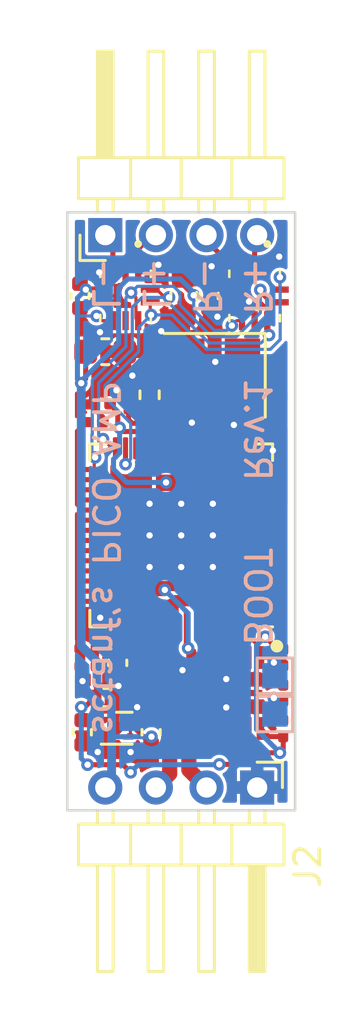
<source format=kicad_pcb>
(kicad_pcb (version 20221018) (generator pcbnew)
  (layers (0 "F.Cu" signal) (31 "B.Cu" signal) (34 "B.Paste" user) (35 "F.Paste" user) (36 "B.SilkS" user "B.Silkscreen") (37 "F.SilkS" user "F.Silkscreen") (38 "B.Mask" user) (39 "F.Mask" user) (44 "Edge.Cuts" user))
  (net 0 "")
  (net 1 "Net-(J2-Pin_2)")
  (net 2 "Net-(J2-Pin_3)")
  (net 3 "+3V3")
  (net 16 "+1V1")
  (net 17 "/~{USB_BOOT}")
  (net 33 "/LRCLK")
  (net 34 "/BCLK")
  (net 35 "/DOUT")
  (net 39 "L+")
  (net 40 "L-")
  (net 41 "R+")
  (net 42 "R-")
  (net 43 "VCC")
  (net 44 "GND")
  (net 45 "Net-(U1-XIN)")
  (net 46 "Net-(U1-XOUT)")
  (net 47 "Net-(C5-Pad1)")
  (net 48 "Net-(IC3-~{CS})")
  (net 49 "Net-(IC3-DO(IO1))")
  (net 50 "Net-(IC3-IO2)")
  (net 51 "Net-(IC3-DI(IO0))")
  (net 52 "Net-(IC3-CLK)")
  (net 53 "Net-(IC3-IO3)")
  (net 54 "Net-(U1-USB_DM)")
  (net 55 "Net-(U1-USB_DP)")
  (footprint "Resistor_SMD:R_0201_0603Metric" (layer "F.Cu") (at 139 99.37 90)
    (fp_text reference "R3" hide)
    (fp_text value "27R" hide)
  )
  (footprint "Capacitor_SMD:C_0201_0603Metric" (layer "F.Cu") (at 136.58 90.08)
    (fp_text reference "C23" hide)
    (fp_text value "100n" hide)
  )
  (footprint "Capacitor_SMD:C_0402_1005Metric" (layer "F.Cu") (at 137.49 99.58 -90)
    (fp_text reference "C16" hide)
    (fp_text value "1u" hide)
  )
  (footprint "Capacitor_SMD:C_0201_0603Metric" (layer "F.Cu") (at 136.33 99.02 180)
    (fp_text reference "C17" hide)
    (fp_text value "100n" hide)
  )
  (footprint "Capacitor_SMD:C_0402_1005Metric" (layer "F.Cu") (at 136 85.1 -90)
    (fp_text reference "C4" hide)
    (fp_text value "0.1uF" hide)
  )
  (footprint "Resistor_SMD:R_0201_0603Metric" (layer "F.Cu") (at 138.3 99.37 90)
    (fp_text reference "R2" hide)
    (fp_text value "27R" hide)
  )
  (footprint "Capacitor_SMD:C_0603_1608Metric" (layer "F.Cu") (at 137 87.3)
    (fp_text reference "C1" hide)
    (fp_text value "10uF" hide)
  )
  (footprint "Capacitor_SMD:C_0201_0603Metric" (layer "F.Cu") (at 144.03 102.17 90)
    (fp_text reference "C24" hide)
    (fp_text value "100n" hide)
  )
  (footprint "Capacitor_SMD:C_0201_0603Metric" (layer "F.Cu") (at 138.87 87.37 90)
    (fp_text reference "C5" hide)
    (fp_text value "15pF" hide)
  )
  (footprint "SamacSys_Parts:MAX98360AEFB" (layer "F.Cu") (at 142.9 85.1 -90)
    (fp_text reference "IC2" hide)
    (fp_text value "MAX98360AEFB+T" hide)
  )
  (footprint "Capacitor_SMD:C_0201_0603Metric" (layer "F.Cu") (at 143.77 89.73 90)
    (fp_text reference "C21" hide)
    (fp_text value "100n" hide)
  )
  (footprint "Resistor_SMD:R_0201_0603Metric" (layer "F.Cu") (at 144.03 100.77 90)
    (fp_text reference "R4" hide)
    (fp_text value "1k" hide)
  )
  (footprint "Package_DFN_QFN:UDFN-4-1EP_1x1mm_P0.65mm_EP0.48x0.48mm" (layer "F.Cu") (at 137.45 102.16)
    (fp_text reference "U2" hide)
    (fp_text value "MIC5317-3.3xM5" hide)
  )
  (footprint "Capacitor_SMD:C_0201_0603Metric" (layer "F.Cu") (at 136.87 89.38 180)
    (fp_text reference "C15" hide)
    (fp_text value "100n" hide)
  )
  (footprint "Crystal:Crystal_SMD_3225-4Pin_3.2x2.5mm" (layer "F.Cu") (at 141.32 88.23 180)
    (fp_text reference "Y1" hide)
    (fp_text value "Crystal_GND24" hide)
  )
  (footprint "Capacitor_SMD:C_0201_0603Metric" (layer "F.Cu") (at 140.4 99.57 -90)
    (fp_text reference "C14" hide)
    (fp_text value "100n" hide)
  )
  (footprint "Resistor_SMD:R_0402_1005Metric" (layer "F.Cu") (at 138.75 89 -90)
    (fp_text reference "R1" hide)
    (fp_text value "1K" hide)
  )
  (footprint "Capacitor_SMD:C_0201_0603Metric" (layer "F.Cu") (at 137.92 89.23 90)
    (fp_text reference "C20" hide)
    (fp_text value "100n" hide)
  )
  (footprint "Capacitor_SMD:C_0603_1608Metric" (layer "F.Cu") (at 140.1 85.1 -90)
    (fp_text reference "C2" hide)
    (fp_text value "10uF" hide)
  )
  (footprint "Capacitor_SMD:C_0201_0603Metric" (layer "F.Cu") (at 139.7 99.57 -90)
    (fp_text reference "C12" hide)
    (fp_text value "100n" hide)
  )
  (footprint "SamacSys_Parts:MAX98360AEFB" (layer "F.Cu") (at 137.8 85.1 -90)
    (fp_text reference "IC1" hide)
    (fp_text value "MAX98360AEFB+T" hide)
  )
  (footprint "Capacitor_SMD:C_0402_1005Metric" (layer "F.Cu") (at 136.09 102.32 -90)
    (fp_text reference "C8" hide)
    (fp_text value "1uF" hide)
  )
  (footprint "Capacitor_SMD:C_0201_0603Metric" (layer "F.Cu") (at 144.03 99.37 -90)
    (fp_text reference "C22" hide)
    (fp_text value "100n" hide)
  )
  (footprint "Package_DFN_QFN:QFN-56-1EP_7x7mm_P0.4mm_EP3.2x3.2mm" (layer "F.Cu") (at 140 94.55 180)
    (fp_text reference "U1" hide)
    (fp_text value "RP2040" hide)
  )
  (footprint "Capacitor_SMD:C_0402_1005Metric" (layer "F.Cu") (at 137.05 100.95)
    (fp_text reference "C18" hide)
    (fp_text value "1u" hide)
  )
  (footprint "SamacSys_Parts:SON50P300X200X60-9N" (layer "F.Cu") (at 142.38 100.77 -90)
    (fp_text reference "IC3" hide)
    (fp_text value "W25Q16JVUXIQ_TR" hide)
  )
  (footprint "Capacitor_SMD:C_0402_1005Metric" (layer "F.Cu") (at 141.1 85.1 -90)
    (fp_text reference "C3" hide)
    (fp_text value "0.1uF" hide)
  )
  (footprint "Capacitor_SMD:C_0402_1005Metric" (layer "F.Cu") (at 138.81 102.32 90)
    (fp_text reference "C7" hide)
    (fp_text value "1uF" hide)
  )
  (footprint "Capacitor_SMD:C_0201_0603Metric" (layer "F.Cu") (at 136.33 99.72 180)
    (fp_text reference "C19" hide)
    (fp_text value "100n" hide)
  )
  (footprint "Connector_PinHeader_2.00mm:PinHeader_1x04_P2.00mm_Horizontal" (layer "F.Cu") (at 143 104.5 -90)
    (fp_text reference "J2")
    (fp_text value "Conn_01x04_Pin")
  )
  (footprint "Connector_PinHeader_2.00mm:PinHeader_1x04_P2.00mm_Horizontal" (layer "F.Cu") (at 137 82.7 90)
    (fp_text reference "J1" hide)
    (fp_text value "Conn_01x04_Pin" hide)
  )
  (footprint "Capacitor_SMD:C_0201_0603Metric" (layer "F.Cu") (at 143.77 88.33 -90)
    (fp_text reference "C6" hide)
    (fp_text value "15pF" hide)
  )
  (footprint "TestPoint:TestPoint_Pad_1.0x1.0mm" (layer "B.Cu") (at 143.7 101.6 180)
    (fp_text reference "TP2" hide)
    (fp_text value "TestPoint" hide)
  )
  (footprint "TestPoint:TestPoint_Pad_1.0x1.0mm" (layer "B.Cu") (at 143.7 100.09 180)
    (fp_text reference "TP1" hide)
    (fp_text value "TestPoint" hide)
  )
  (gr_line (start 144.5 105.4) (end 144.5 81.8) (stroke (width 0.1)) (layer "Edge.Cuts"))
  (gr_line (start 144.5 81.8) (end 135.5 81.8) (stroke (width 0.1)) (layer "Edge.Cuts"))
  (gr_line (start 135.5 81.8) (end 135.5 105.4) (stroke (width 0.1)) (layer "Edge.Cuts"))
  (gr_line (start 144.5 105.4) (end 135.5 105.4) (stroke (width 0.1)) (layer "Edge.Cuts"))
  (gr_text "R+" (at 143 83.5 270) (layer "B.SilkS") (effects (font (size 1 1)) (justify right mirror)))
  (gr_text "R-" (at 141 83.5 270) (layer "B.SilkS") (effects (font (size 1 1)) (justify right mirror)))
  (gr_text "BOOT" (at 143 99 270) (layer "B.SilkS") (effects (font (size 1 1)) (justify left mirror)))
  (gr_text "L-" (at 137 83.5 270) (layer "B.SilkS") (effects (font (size 1 1)) (justify right mirror)))
  (gr_text "Rev.1" (at 143 92.5 270) (layer "B.SilkS") (effects (font (size 1 1)) (justify left mirror)))
  (gr_text "L+" (at 139 83.5 270) (layer "B.SilkS") (effects (font (size 1 1)) (justify right mirror)))
  (gr_text "sctanf's PICO AMP" (at 137 102.5 270) (layer "B.SilkS") (effects (font (size 1 1)) (justify left mirror)))
  (segment (start 139.612168 100.557832) (end 139.522144 100.557832) (width 0.35) (layer "F.Cu") (net 1))
  (segment (start 140.3025 103.8025) (end 141 104.5) (width 0.6) (layer "F.Cu") (net 1))
  (segment (start 139.612168 100.557832) (end 140.3025 101.248164) (width 0.6) (layer "F.Cu") (net 1))
  (segment (start 138.95 99.985688) (end 138.95 99.69) (width 0.35) (layer "F.Cu") (net 1))
  (segment (start 139.522144 100.557832) (end 138.95 99.985688) (width 0.35) (layer "F.Cu") (net 1))
  (segment (start 140.3025 101.248164) (end 140.3025 103.8025) (width 0.6) (layer "F.Cu") (net 1))
  (segment (start 138.719516 100.690484) (end 138.25 100.220968) (width 0.35) (layer "F.Cu") (net 2))
  (segment (start 138.25 100.220968) (end 138.25 99.69) (width 0.35) (layer "F.Cu") (net 2))
  (segment (start 139.545 101.515968) (end 138.719516 100.690484) (width 0.6) (layer "F.Cu") (net 2))
  (segment (start 139.545 103.955) (end 139.545 101.515968) (width 0.6) (layer "F.Cu") (net 2))
  (segment (start 139 104.5) (end 139.545 103.955) (width 0.6) (layer "F.Cu") (net 2))
  (segment (start 143.875 93.55) (end 144.1 93.325) (width 0.2) (layer "F.Cu") (net 3))
  (segment (start 136.65 100.87) (end 136.57 100.95) (width 0.2) (layer "F.Cu") (net 3))
  (segment (start 136.09 101.84) (end 136.905 101.84) (width 0.2) (layer "F.Cu") (net 3))
  (segment (start 138 103.9) (end 137.7 103.6) (width 0.2) (layer "F.Cu") (net 3))
  (segment (start 139.7 99.25) (end 139.8 99.15) (width 0.2) (layer "F.Cu") (net 3))
  (segment (start 139.4 98.760378) (end 139.7 99.060378) (width 0.2) (layer "F.Cu") (net 3))
  (segment (start 139.8 97.15) (end 139.8 97.55) (width 0.2) (layer "F.Cu") (net 3))
  (segment (start 139.7 99.060378) (end 139.7 99.25) (width 0.2) (layer "F.Cu") (net 3))
  (segment (start 137.4 97.9875) (end 136.65 98.7375) (width 0.2) (layer "F.Cu") (net 3))
  (segment (start 138.06 90.125) (end 137.92 89.985) (width 0.2) (layer "F.Cu") (net 3))
  (segment (start 136.125 93.55) (end 135.9 93.325) (width 0.2) (layer "F.Cu") (net 3))
  (segment (start 137.8 97.35) (end 137.6 97.15) (width 0.2) (layer "F.Cu") (net 3))
  (segment (start 136.5625 93.55) (end 136.125 93.55) (width 0.2) (layer "F.Cu") (net 3))
  (segment (start 143.13 102.17) (end 143.45 102.49) (width 0.2) (layer "F.Cu") (net 3))
  (segment (start 139.8 99.15) (end 139.8 97.9875) (width 0.2) (layer "F.Cu") (net 3))
  (segment (start 143.77 90.05) (end 143.76 90.05) (width 0.2) (layer "F.Cu") (net 3))
  (segment (start 139.8 90.626472) (end 139.298527 90.125) (width 0.2) (layer "F.Cu") (net 3))
  (segment (start 137.92 89.985) (end 137.92 89.55) (width 0.2) (layer "F.Cu") (net 3))
  (segment (start 136.0495 101.33) (end 136.09 101.3705) (width 0.2) (layer "F.Cu") (net 3))
  (segment (start 144.03 97.7425) (end 143.4375 97.15) (width 0.2) (layer "F.Cu") (net 3))
  (segment (start 136.65 99.72) (end 136.65 100.87) (width 0.2) (layer "F.Cu") (net 3))
  (segment (start 136.5625 93.55) (end 137.4 93.55) (width 0.2) (layer "F.Cu") (net 3))
  (segment (start 139.4 97.35) (end 139.6 97.15) (width 0.2) (layer "F.Cu") (net 3))
  (segment (start 139.8 91.1125) (end 139.8 90.626472) (width 0.2) (layer "F.Cu") (net 3))
  (segment (start 136.09 101.3705) (end 136.09 101.84) (width 0.2) (layer "F.Cu") (net 3))
  (segment (start 136.905 101.84) (end 136.91 101.835) (width 0.2) (layer "F.Cu") (net 3))
  (segment (start 137.8 97.9875) (end 137.4 97.9875) (width 0.2) (layer "F.Cu") (net 3))
  (segment (start 136.0495 101.33) (end 136.19 101.33) (width 0.2) (layer "F.Cu") (net 3))
  (segment (start 143.4375 93.55) (end 143.875 93.55) (width 0.2) (layer "F.Cu") (net 3))
  (segment (start 144.03 103) (end 143.9 103.13) (width 0.2) (layer "F.Cu") (net 3))
  (segment (start 144.03 99.05) (end 144.03 97.7425) (width 0.2) (layer "F.Cu") (net 3))
  (segment (start 143.4375 93.55) (end 142.6 93.55) (width 0.2) (layer "F.Cu") (net 3))
  (segment (start 144.03 99.05) (end 143.822583 99.05) (width 0.2) (layer "F.Cu") (net 3))
  (segment (start 136.65 99.02) (end 136.65 99.72) (width 0.2) (layer "F.Cu") (net 3))
  (segment (start 139.8 97.9875) (end 139.8 97.15) (width 0.2) (layer "F.Cu") (net 3))
  (segment (start 144.1 90.38) (end 143.77 90.05) (width 0.2) (layer "F.Cu") (net 3))
  (segment (start 137.8 97.9875) (end 137.8 97.35) (width 0.2) (layer "F.Cu") (net 3))
  (segment (start 143.4375 97.15) (end 142.6 97.15) (width 0.2) (layer "F.Cu") (net 3))
  (segment (start 137.4 97.9875) (end 137.4 97.15) (width 0.2) (layer "F.Cu") (net 3))
  (segment (start 139.4 97.9875) (end 139.4 97.35) (width 0.2) (layer "F.Cu") (net 3))
  (segment (start 139.8 91.75) (end 140 91.95) (width 0.2) (layer "F.Cu") (net 3))
  (segment (start 136.19 101.33) (end 136.57 100.95) (width 0.2) (layer "F.Cu") (net 3))
  (segment (start 136.65 98.7375) (end 136.65 99.02) (width 0.2) (layer "F.Cu") (net 3))
  (segment (start 135.9 93.325) (end 135.9 90.44) (width 0.2) (layer "F.Cu") (net 3))
  (segment (start 137.7 103.6) (end 136.3 103.6) (width 0.2) (layer "F.Cu") (net 3))
  (segment (start 144.1 93.325) (end 144.1 90.38) (width 0.2) (layer "F.Cu") (net 3))
  (segment (start 143.822583 99.05) (end 143.320252 98.547669) (width 0.2) (layer "F.Cu") (net 3))
  (segment (start 141.505613 103.585659) (end 142.214341 103.585659) (width 0.2) (layer "F.Cu") (net 3))
  (segment (start 142.67 103.13) (end 143.9 103.13) (width 0.2) (layer "F.Cu") (net 3))
  (segment (start 139.4 97.9875) (end 139.4 98.760378) (width 0.2) (layer "F.Cu") (net 3))
  (segment (start 143.45 102.49) (end 144.03 102.49) (width 0.2) (layer "F.Cu") (net 3))
  (segment (start 139.8 91.1125) (end 139.8 91.75) (width 0.2) (layer "F.Cu") (net 3))
  (segment (start 139.298527 90.125) (end 138.06 90.125) (width 0.2) (layer "F.Cu") (net 3))
  (segment (start 136.5625 97.15) (end 137.4 97.15) (width 0.2) (layer "F.Cu") (net 3))
  (segment (start 142.214341 103.585659) (end 142.67 103.13) (width 0.2) (layer "F.Cu") (net 3))
  (segment (start 144.03 102.49) (end 144.03 103) (width 0.2) (layer "F.Cu") (net 3))
  (segment (start 135.9 90.44) (end 136.26 90.08) (width 0.2) (layer "F.Cu") (net 3))
  (via (at 136.0495 101.33) (size 0.5) (drill 0.25) (layers "F.Cu" "B.Cu") (net 3))
  (via (at 143.320252 98.547669) (size 0.5) (drill 0.25) (layers "F.Cu" "B.Cu") (net 3))
  (via (at 143.9 103.13) (size 0.5) (drill 0.25) (layers "F.Cu" "B.Cu") (net 3))
  (via (at 138 103.9) (size 0.5) (drill 0.25) (layers "F.Cu" "B.Cu") (net 3))
  (via (at 136.3 103.6) (size 0.5) (drill 0.25) (layers "F.Cu" "B.Cu") (net 3))
  (via (at 141.505613 103.585659) (size 0.5) (drill 0.25) (layers "F.Cu" "B.Cu") (net 3))
  (segment (start 136.0495 103.3495) (end 136.0495 101.33) (width 0.2) (layer "B.Cu") (net 3))
  (segment (start 136.3 103.6) (end 136.0495 103.3495) (width 0.2) (layer "B.Cu") (net 3))
  (segment (start 138.3 103.6) (end 138 103.9) (width 0.2) (layer "B.Cu") (net 3))
  (segment (start 142.975 98.892921) (end 142.975 102.205) (width 0.2) (layer "B.Cu") (net 3))
  (segment (start 141.505613 103.585659) (end 141.491272 103.6) (width 0.2) (layer "B.Cu") (net 3))
  (segment (start 142.975 102.205) (end 143.9 103.13) (width 0.2) (layer "B.Cu") (net 3))
  (segment (start 143.320252 98.547669) (end 142.975 98.892921) (width 0.2) (layer "B.Cu") (net 3))
  (segment (start 141.491272 103.6) (end 138.3 103.6) (width 0.2) (layer "B.Cu") (net 3))
  (segment (start 137.714945 90.45) (end 137.495 90.230055) (width 0.2) (layer "F.Cu") (net 16))
  (segment (start 138.2 97.9875) (end 138.2 97.15) (width 0.2) (layer "F.Cu") (net 16))
  (segment (start 140.274098 99.001132) (end 140.2 98.927034) (width 0.2) (layer "F.Cu") (net 16))
  (segment (start 138.2 98.43) (end 137.53 99.1) (width 0.2) (layer "F.Cu") (net 16))
  (segment (start 137.495 90.230055) (end 137.495 89.685) (width 0.2) (layer "F.Cu") (net 16))
  (segment (start 137.495 89.685) (end 137.19 89.38) (width 0.2) (layer "F.Cu") (net 16))
  (segment (start 137.53 99.1) (end 137.49 99.1) (width 0.2) (layer "F.Cu") (net 16))
  (segment (start 139.4 91.1125) (end 139.4 90.686092) (width 0.2) (layer "F.Cu") (net 16))
  (segment (start 139.4 90.686092) (end 139.163908 90.45) (width 0.2) (layer "F.Cu") (net 16))
  (segment (start 140.2 98.927034) (end 140.2 97.9875) (width 0.2) (layer "F.Cu") (net 16))
  (segment (start 140.4 99.127034) (end 140.274098 99.001132) (width 0.2) (layer "F.Cu") (net 16))
  (segment (start 139.163908 90.45) (end 137.714945 90.45) (width 0.2) (layer "F.Cu") (net 16))
  (segment (start 138.2 97.9875) (end 138.2 98.43) (width 0.2) (layer "F.Cu") (net 16))
  (via (at 139.35 96.7) (size 0.5) (drill 0.25) (layers "F.Cu" "B.Cu") (net 16))
  (via (at 137.566749 90.301804) (size 0.5) (drill 0.25) (layers "F.Cu" "B.Cu") (net 16))
  (via (at 139.4 92.46) (size 0.5) (drill 0.25) (layers "F.Cu" "B.Cu") (net 16))
  (via (at 140.274098 99.001132) (size 0.5) (drill 0.25) (layers "F.Cu" "B.Cu") (net 16))
  (segment (start 140.274098 99.001132) (end 140.274098 97.624098) (width 0.2) (layer "B.Cu") (net 16))
  (segment (start 140.274098 97.624098) (end 139.35 96.7) (width 0.2) (layer "B.Cu") (net 16))
  (segment (start 137.324852 91.541565) (end 137.324852 91.935069) (width 0.2) (layer "B.Cu") (net 16))
  (segment (start 137.566749 91.299668) (end 137.324852 91.541565) (width 0.2) (layer "B.Cu") (net 16))
  (segment (start 137.849783 92.46) (end 139.4 92.46) (width 0.2) (layer "B.Cu") (net 16))
  (segment (start 137.566749 90.301804) (end 137.566749 91.299668) (width 0.2) (layer "B.Cu") (net 16))
  (segment (start 137.324852 91.935069) (end 137.849783 92.46) (width 0.2) (layer "B.Cu") (net 16))
  (segment (start 143.781604 101.09) (end 143.658683 100.967079) (width 0.125) (layer "F.Cu") (net 17))
  (segment (start 144.03 101.09) (end 143.781604 101.09) (width 0.125) (layer "F.Cu") (net 17))
  (via (at 143.658683 100.967079) (size 0.5) (drill 0.25) (layers "F.Cu" "B.Cu") (net 17))
  (segment (start 139.040166 84.85) (end 138.775 84.85) (width 0.125) (layer "F.Cu") (net 33))
  (segment (start 143.468567 86.643063) (end 143.4 86.574496) (width 0.125) (layer "F.Cu") (net 33))
  (segment (start 137.2725 91.1125) (end 136.91 90.75) (width 0.125) (layer "F.Cu") (net 33))
  (segment (start 137.4 91.1125) (end 137.2725 91.1125) (width 0.125) (layer "F.Cu") (net 33))
  (segment (start 139.518168 85.156423) (end 139.346589 85.156423) (width 0.125) (layer "F.Cu") (net 33))
  (segment (start 139.346589 85.156423) (end 139.040166 84.85) (width 0.125) (layer "F.Cu") (net 33))
  (segment (start 143.4 86.574496) (end 143.4 86.075) (width 0.125) (layer "F.Cu") (net 33))
  (via (at 139.518168 85.156423) (size 0.5) (drill 0.25) (layers "F.Cu" "B.Cu") (net 33))
  (via (at 143.468567 86.643063) (size 0.5) (drill 0.25) (layers "F.Cu" "B.Cu") (net 33))
  (via (at 136.91 90.75) (size 0.5) (drill 0.25) (layers "F.Cu" "B.Cu") (net 33))
  (segment (start 139.518168 85.377093) (end 139.518168 85.156423) (width 0.125) (layer "B.Cu") (net 33))
  (segment (start 138.066624 87.201763) (end 136.737 88.531388) (width 0.125) (layer "B.Cu") (net 33))
  (segment (start 136.737 90.577) (end 136.91 90.75) (width 0.125) (layer "B.Cu") (net 33))
  (segment (start 138.452296 85.156423) (end 138.066624 85.542095) (width 0.125) (layer "B.Cu") (net 33))
  (segment (start 136.737 88.531388) (end 136.737 90.577) (width 0.125) (layer "B.Cu") (net 33))
  (segment (start 141.098575 86.9575) (end 139.518168 85.377093) (width 0.125) (layer "B.Cu") (net 33))
  (segment (start 143.468567 86.643063) (end 143.15413 86.9575) (width 0.125) (layer "B.Cu") (net 33))
  (segment (start 139.518168 85.156423) (end 138.452296 85.156423) (width 0.125) (layer "B.Cu") (net 33))
  (segment (start 138.066624 85.542095) (end 138.066624 87.201763) (width 0.125) (layer "B.Cu") (net 33))
  (segment (start 143.15413 86.9575) (end 141.098575 86.9575) (width 0.125) (layer "B.Cu") (net 33))
  (segment (start 138.775 85.8145) (end 138.81 85.8495) (width 0.125) (layer "F.Cu") (net 34))
  (segment (start 137.8 91.738169) (end 137.8 91.1125) (width 0.125) (layer "F.Cu") (net 34))
  (segment (start 143.9 84.36) (end 143.9 84.825) (width 0.125) (layer "F.Cu") (net 34))
  (segment (start 143.9 84.825) (end 143.875 84.85) (width 0.125) (layer "F.Cu") (net 34))
  (segment (start 137.799852 91.738317) (end 137.8 91.738169) (width 0.125) (layer "F.Cu") (net 34))
  (segment (start 138.775 85.35) (end 138.775 85.8145) (width 0.125) (layer "F.Cu") (net 34))
  (via (at 143.9 84.36) (size 0.5) (drill 0.25) (layers "F.Cu" "B.Cu") (net 34))
  (via (at 138.81 85.8495) (size 0.5) (drill 0.25) (layers "F.Cu" "B.Cu") (net 34))
  (via (at 137.799852 91.738317) (size 0.5) (drill 0.25) (layers "F.Cu" "B.Cu") (net 34))
  (segment (start 138.004249 91.53392) (end 138.004249 90.120585) (width 0.125) (layer "B.Cu") (net 34))
  (segment (start 140.995021 87.2075) (end 143.522849 87.2075) (width 0.125) (layer "B.Cu") (net 34))
  (segment (start 138.316624 87.305318) (end 138.316624 86.342876) (width 0.125) (layer "B.Cu") (net 34))
  (segment (start 136.987 89.103336) (end 136.987 88.634942) (width 0.125) (layer "B.Cu") (net 34))
  (segment (start 138.004249 90.120585) (end 136.987 89.103336) (width 0.125) (layer "B.Cu") (net 34))
  (segment (start 143.91 84.37) (end 143.9 84.36) (width 0.125) (layer "B.Cu") (net 34))
  (segment (start 143.522849 87.2075) (end 143.91 86.820349) (width 0.125) (layer "B.Cu") (net 34))
  (segment (start 136.987 88.634942) (end 138.316624 87.305318) (width 0.125) (layer "B.Cu") (net 34))
  (segment (start 138.81 85.8495) (end 139.637021 85.8495) (width 0.125) (layer "B.Cu") (net 34))
  (segment (start 143.91 86.820349) (end 143.91 84.37) (width 0.125) (layer "B.Cu") (net 34))
  (segment (start 138.316624 86.342876) (end 138.81 85.8495) (width 0.125) (layer "B.Cu") (net 34))
  (segment (start 137.799852 91.738317) (end 138.004249 91.53392) (width 0.125) (layer "B.Cu") (net 34))
  (segment (start 139.637021 85.8495) (end 140.995021 87.2075) (width 0.125) (layer "B.Cu") (net 34))
  (segment (start 143.5 85.35) (end 143.875 85.35) (width 0.125) (layer "F.Cu") (net 35))
  (segment (start 143.125827 84.860672) (end 143.125827 84.975827) (width 0.125) (layer "F.Cu") (net 35))
  (segment (start 138.2125 85.9875) (end 138.2125 85.1625) (width 0.125) (layer "F.Cu") (net 35))
  (segment (start 138.3 86.075) (end 138.2125 85.9875) (width 0.125) (layer "F.Cu") (net 35))
  (segment (start 136.5625 91.95) (end 136.5625 91.5065) (width 0.125) (layer "F.Cu") (net 35))
  (segment (start 143.125827 84.975827) (end 143.5 85.35) (width 0.125) (layer "F.Cu") (net 35))
  (segment (start 138.2125 85.1625) (end 138.02 84.97) (width 0.125) (layer "F.Cu") (net 35))
  (segment (start 136.5625 91.5065) (end 136.599 91.47) (width 0.125) (layer "F.Cu") (net 35))
  (via (at 138.02 84.97) (size 0.5) (drill 0.25) (layers "F.Cu" "B.Cu") (net 35))
  (via (at 143.125827 84.860672) (size 0.5) (drill 0.25) (layers "F.Cu" "B.Cu") (net 35))
  (via (at 136.599 91.47) (size 0.5) (drill 0.25) (layers "F.Cu" "B.Cu") (net 35))
  (segment (start 138.271077 84.718923) (end 139.699387 84.718923) (width 0.125) (layer "B.Cu") (net 35))
  (segment (start 136.487 90.554281) (end 136.487 88.427834) (width 0.125) (layer "B.Cu") (net 35))
  (segment (start 139.955668 84.975204) (end 139.955668 85.46104) (width 0.125) (layer "B.Cu") (net 35))
  (segment (start 138.02 84.97) (end 138.271077 84.718923) (width 0.125) (layer "B.Cu") (net 35))
  (segment (start 139.699387 84.718923) (end 139.955668 84.975204) (width 0.125) (layer "B.Cu") (net 35))
  (segment (start 136.4725 91.3435) (end 136.4725 90.568781) (width 0.125) (layer "B.Cu") (net 35))
  (segment (start 136.4725 90.568781) (end 136.487 90.554281) (width 0.125) (layer "B.Cu") (net 35))
  (segment (start 139.955668 85.46104) (end 141.202129 86.7075) (width 0.125) (layer "B.Cu") (net 35))
  (segment (start 142.181219 86.7075) (end 143.125827 85.762892) (width 0.125) (layer "B.Cu") (net 35))
  (segment (start 136.599 91.47) (end 136.4725 91.3435) (width 0.125) (layer "B.Cu") (net 35))
  (segment (start 137.816624 87.09821) (end 137.816624 85.173376) (width 0.125) (layer "B.Cu") (net 35))
  (segment (start 141.202129 86.7075) (end 142.181219 86.7075) (width 0.125) (layer "B.Cu") (net 35))
  (segment (start 143.125827 85.762892) (end 143.125827 84.860672) (width 0.125) (layer "B.Cu") (net 35))
  (segment (start 137.816624 85.173376) (end 138.02 84.97) (width 0.125) (layer "B.Cu") (net 35))
  (segment (start 136.487 88.427834) (end 137.816624 87.09821) (width 0.125) (layer "B.Cu") (net 35))
  (segment (start 137.8 84.125) (end 137.8 83.75) (width 0.2) (layer "F.Cu") (net 39))
  (segment (start 137.8 83.75) (end 138.85 82.7) (width 0.2) (layer "F.Cu") (net 39))
  (segment (start 138.85 82.7) (end 139 82.7) (width 0.2) (layer "F.Cu") (net 39))
  (segment (start 137.3 84.125) (end 137.3 83) (width 0.2) (layer "F.Cu") (net 40))
  (segment (start 137.3 83) (end 137 82.7) (width 0.2) (layer "F.Cu") (net 40))
  (segment (start 142.9 82.8) (end 143 82.7) (width 0.2) (layer "F.Cu") (net 41))
  (segment (start 142.9 84.125) (end 142.9 82.8) (width 0.2) (layer "F.Cu") (net 41))
  (segment (start 142.205 84.125) (end 141 82.92) (width 0.2) (layer "F.Cu") (net 42))
  (segment (start 142.4 84.125) (end 142.205 84.125) (width 0.2) (layer "F.Cu") (net 42))
  (segment (start 141 82.92) (end 141 82.7) (width 0.2) (layer "F.Cu") (net 42))
  (segment (start 136.23 84.85) (end 136 84.62) (width 0.2) (layer "F.Cu") (net 43))
  (segment (start 138.81 102.8) (end 137.99 101.98) (width 0.2) (layer "F.Cu") (net 43))
  (segment (start 140.395 84.62) (end 140.1 84.325) (width 0.2) (layer "F.Cu") (net 43))
  (segment (start 142.195 86.075) (end 142.4 86.075) (width 0.125) (layer "F.Cu") (net 43))
  (segment (start 137.99 102.485) (end 137.99 101.98) (width 0.125) (layer "F.Cu") (net 43))
  (segment (start 138.81 102.51) (end 138.8255 102.4945) (width 0.2) (layer "F.Cu") (net 43))
  (segment (start 136.225 87.3) (end 136.225 88.3645) (width 0.2) (layer "F.Cu") (net 43))
  (segment (start 141.33 84.85) (end 141.1 84.62) (width 0.2) (layer "F.Cu") (net 43))
  (segment (start 136.825 84.85) (end 136.23 84.85) (width 0.2) (layer "F.Cu") (net 43))
  (segment (start 136.225 88.3645) (end 136.0495 88.54) (width 0.2) (layer "F.Cu") (net 43))
  (segment (start 137.3 86.075) (end 136.839968 86.075) (width 0.125) (layer "F.Cu") (net 43))
  (segment (start 137.995 101.84) (end 137.99 101.835) (width 0.2) (layer "F.Cu") (net 43))
  (segment (start 140.1 84.678099) (end 140.1 84.325) (width 0.2) (layer "F.Cu") (net 43))
  (segment (start 138.81 102.8) (end 138.81 102.51) (width 0.2) (layer "F.Cu") (net 43))
  (segment (start 141.925 84.85) (end 141.33 84.85) (width 0.2) (layer "F.Cu") (net 43))
  (segment (start 137.99 101.98) (end 137.99 101.835) (width 0.2) (layer "F.Cu") (net 43))
  (segment (start 141.1 84.62) (end 140.395 84.62) (width 0.2) (layer "F.Cu") (net 43))
  (segment (start 140.493634 85.071733) (end 140.1 84.678099) (width 0.2) (layer "F.Cu") (net 43))
  (segment (start 142 86.27) (end 142.195 86.075) (width 0.125) (layer "F.Cu") (net 43))
  (segment (start 136.839968 86.075) (end 136.655208 85.89024) (width 0.125) (layer "F.Cu") (net 43))
  (via (at 142 86.27) (size 0.5) (drill 0.25) (layers "F.Cu" "B.Cu") (net 43))
  (via (at 136.23 84.85) (size 0.5) (drill 0.25) (layers "F.Cu" "B.Cu") (net 43))
  (via (at 138.8255 102.4945) (size 0.5) (drill 0.25) (layers "F.Cu" "B.Cu") (net 43))
  (via (at 140.493634 85.071733) (size 0.5) (drill 0.25) (layers "F.Cu" "B.Cu") (net 43))
  (via (at 136.655208 85.89024) (size 0.5) (drill 0.25) (layers "F.Cu" "B.Cu") (net 43))
  (via (at 136.0495 88.54) (size 0.5) (drill 0.25) (layers "F.Cu" "B.Cu") (net 43))
  (segment (start 137.886825 84.431423) (end 137.529124 84.789124) (width 0.2) (layer "B.Cu") (net 43))
  (segment (start 136.675 100.435) (end 136.687182 100.435) (width 0.35) (layer "B.Cu") (net 43))
  (segment (start 140.493634 85.071733) (end 140.493634 84.961882) (width 0.2) (layer "B.Cu") (net 43))
  (segment (start 139.963175 84.431423) (end 137.886825 84.431423) (width 0.2) (layer "B.Cu") (net 43))
  (segment (start 135.90024 85.89024) (end 135.9 85.89) (width 0.125) (layer "B.Cu") (net 43))
  (segment (start 140.493634 85.645452) (end 141.305682 86.4575) (width 0.125) (layer "B.Cu") (net 43))
  (segment (start 135.9 85.89) (end 135.9 85.18) (width 0.2) (layer "B.Cu") (net 43))
  (segment (start 141.8125 86.4575) (end 142 86.27) (width 0.125) (layer "B.Cu") (net 43))
  (segment (start 137.25 104.25) (end 137 104.5) (width 0.35) (layer "B.Cu") (net 43))
  (segment (start 140.493634 85.071733) (end 140.493634 85.645452) (width 0.125) (layer "B.Cu") (net 43))
  (segment (start 137.529124 85.89) (end 137.529124 86.979124) (width 0.2) (layer "B.Cu") (net 43))
  (segment (start 137.25 102.5) (end 137.25 104.25) (width 0.35) (layer "B.Cu") (net 43))
  (segment (start 137.25 100.997818) (end 137.25 102.5) (width 0.35) (layer "B.Cu") (net 43))
  (segment (start 136.675 100.435) (end 136.675 99.535) (width 0.35) (layer "B.Cu") (net 43))
  (segment (start 136.655208 85.89024) (end 135.90024 85.89024) (width 0.125) (layer "B.Cu") (net 43))
  (segment (start 138.8255 102.4945) (end 137.2555 102.4945) (width 0.2) (layer "B.Cu") (net 43))
  (segment (start 135.9 86.448248) (end 135.9 85.89) (width 0.2) (layer "B.Cu") (net 43))
  (segment (start 135.9 86.448248) (end 135.9 87.64) (width 0.2) (layer "B.Cu") (net 43))
  (segment (start 141.305682 86.4575) (end 141.8125 86.4575) (width 0.125) (layer "B.Cu") (net 43))
  (segment (start 135.9 87.533219) (end 135.9 87.64) (width 0.125) (layer "B.Cu") (net 43))
  (segment (start 136.0495 98.9095) (end 136.0495 88.54) (width 0.35) (layer "B.Cu") (net 43))
  (segment (start 137.529124 86.979124) (end 136.0495 88.458748) (width 0.2) (layer "B.Cu") (net 43))
  (segment (start 136.0495 88.458748) (end 136.0495 88.54) (width 0.2) (layer "B.Cu") (net 43))
  (segment (start 136.687182 100.435) (end 137.25 100.997818) (width 0.35) (layer "B.Cu") (net 43))
  (segment (start 137.488624 85.8495) (end 137.529124 85.89) (width 0.125) (layer "B.Cu") (net 43))
  (segment (start 140.493634 84.961882) (end 139.963175 84.431423) (width 0.2) (layer "B.Cu") (net 43))
  (segment (start 135.9 85.18) (end 136.23 84.85) (width 0.2) (layer "B.Cu") (net 43))
  (segment (start 137.529124 84.789124) (end 137.529124 85.89) (width 0.2) (layer "B.Cu") (net 43))
  (segment (start 136.675 99.535) (end 136.0495 98.9095) (width 0.35) (layer "B.Cu") (net 43))
  (segment (start 135.9 88.3905) (end 136.0495 88.54) (width 0.2) (layer "B.Cu") (net 43))
  (segment (start 135.9 87.64) (end 135.9 88.3905) (width 0.2) (layer "B.Cu") (net 43))
  (segment (start 137.2555 102.4945) (end 137.25 102.5) (width 0.2) (layer "B.Cu") (net 43))
  (segment (start 138.61657 101.33) (end 138.81 101.52343) (width 0.2) (layer "F.Cu") (net 44))
  (segment (start 136.55 89.53) (end 136.55 89.38) (width 0.2) (layer "F.Cu") (net 44))
  (segment (start 136.9 89.88) (end 136.55 89.53) (width 0.2) (layer "F.Cu") (net 44))
  (segment (start 141.925 85.35) (end 141.33 85.35) (width 0.2) (layer "F.Cu") (net 44))
  (segment (start 136.825 85.35) (end 136.23 85.35) (width 0.2) (layer "F.Cu") (net 44))
  (segment (start 136.23 85.35) (end 136 85.58) (width 0.2) (layer "F.Cu") (net 44))
  (segment (start 143.782249 99.69) (end 143.6595 99.567251) (width 0.2) (layer "F.Cu") (net 44))
  (segment (start 137.482334 100.997666) (end 137.53 100.95) (width 0.125) (layer "F.Cu") (net 44))
  (segment (start 138.81 101.52343) (end 138.81 101.84) (width 0.2) (layer "F.Cu") (net 44))
  (segment (start 137.482334 102.127666) (end 137.482334 100.997666) (width 0.125) (layer "F.Cu") (net 44))
  (segment (start 137.45 102.16) (end 137.482334 102.127666) (width 0.125) (layer "F.Cu") (net 44))
  (segment (start 142.42 89.206586) (end 142.42 89.08) (width 0.2) (layer "F.Cu") (net 44))
  (segment (start 144.03 99.69) (end 143.782249 99.69) (width 0.2) (layer "F.Cu") (net 44))
  (segment (start 141 91.1125) (end 141 90.626586) (width 0.2) (layer "F.Cu") (net 44))
  (segment (start 141 90.626586) (end 142.42 89.206586) (width 0.2) (layer "F.Cu") (net 44))
  (segment (start 141.33 85.35) (end 141.1 85.58) (width 0.2) (layer "F.Cu") (net 44))
  (segment (start 138.26 101.33) (end 138.61657 101.33) (width 0.2) (layer "F.Cu") (net 44))
  (segment (start 136.9 90.08) (end 136.9 89.88) (width 0.2) (layer "F.Cu") (net 44))
  (via (at 138.070063 88.244898) (size 0.5) (drill 0.25) (layers "F.Cu" "B.Cu") (net 44))
  (via (at 139.1 83.87) (size 0.5) (drill 0.25) (layers "F.Cu" "B.Cu") (net 44))
  (via (at 136.79 86.53) (size 0.5) (drill 0.25) (layers "F.Cu" "B.Cu") (net 44))
  (via (at 142.68 85.32) (size 0.5) (drill 0.25) (layers "F.Cu" "B.Cu") (net 44))
  (via (at 141.25 95.8) (size 0.5) (drill 0.25) (layers "F.Cu" "B.Cu") (net 44))
  (via (at 140.05 99.87) (size 0.5) (drill 0.25) (layers "F.Cu" "B.Cu") (net 44))
  (via (at 138.26 101.33) (size 0.5) (drill 0.25) (layers "F.Cu" "B.Cu") (net 44))
  (via (at 141.3455 87.7) (size 0.5) (drill 0.25) (layers "F.Cu" "B.Cu") (net 44))
  (via (at 138.75 93.3) (size 0.5) (drill 0.25) (layers "F.Cu" "B.Cu") (net 44))
  (via (at 140.42 90.1) (size 0.5) (drill 0.25) (layers "F.Cu" "B.Cu") (net 44))
  (via (at 137.439447 88.822016) (size 0.5) (drill 0.25) (layers "F.Cu" "B.Cu") (net 44))
  (via (at 142.08 90.19) (size 0.5) (drill 0.25) (layers "F.Cu" "B.Cu") (net 44))
  (via (at 138.75 95.8) (size 0.5) (drill 0.25) (layers "F.Cu" "B.Cu") (net 44))
  (via (at 138.75 94.55) (size 0.5) (drill 0.25) (layers "F.Cu" "B.Cu") (net 44))
  (via (at 143.6595 99.567251) (size 0.5) (drill 0.25) (layers "F.Cu" "B.Cu") (net 44))
  (via (at 139.21 86.49) (size 0.5) (drill 0.25) (layers "F.Cu" "B.Cu") (net 44))
  (via (at 143.62 91.2) (size 0.5) (drill 0.25) (layers "F.Cu" "B.Cu") (net 44))
  (via (at 141.43 85.92) (size 0.5) (drill 0.25) (layers "F.Cu" "B.Cu") (net 44))
  (via (at 141.78 100.22) (size 0.5) (drill 0.25) (layers "F.Cu" "B.Cu") (net 44))
  (via (at 143.87 83.55) (size 0.5) (drill 0.25) (layers "F.Cu" "B.Cu") (net 44))
  (via (at 137.52 100.49) (size 0.5) (drill 0.25) (layers "F.Cu" "B.Cu") (net 44))
  (via (at 140 94.55) (size 0.5) (drill 0.25) (layers "F.Cu" "B.Cu") (net 44))
  (via (at 141.25 94.55) (size 0.5) (drill 0.25) (layers "F.Cu" "B.Cu") (net 44))
  (via (at 141.2 83.93) (size 0.5) (drill 0.25) (layers "F.Cu" "B.Cu") (net 44))
  (via (at 136.76 84.17) (size 0.5) (drill 0.25) (layers "F.Cu" "B.Cu") (net 44))
  (via (at 140 93.3) (size 0.5) (drill 0.25) (layers "F.Cu" "B.Cu") (net 44))
  (via (at 141.78 101.34) (size 0.5) (drill 0.25) (layers "F.Cu" "B.Cu") (net 44))
  (via (at 136.7 103.1) (size 0.5) (drill 0.25) (layers "F.Cu" "B.Cu") (net 44))
  (via (at 141.25 93.3) (size 0.5) (drill 0.25) (layers "F.Cu" "B.Cu") (net 44))
  (via (at 138 103.1) (size 0.5) (drill 0.25) (layers "F.Cu" "B.Cu") (net 44))
  (via (at 140 95.8) (size 0.5) (drill 0.25) (layers "F.Cu" "B.Cu") (net 44))
  (via (at 136.1 100.3) (size 0.5) (drill 0.25) (layers "F.Cu" "B.Cu") (net 44))
  (via (at 136.8 97.8) (size 0.5) (drill 0.25) (layers "F.Cu" "B.Cu") (net 44))
  (segment (start 143.77 88.01) (end 143.05 88.01) (width 0.125) (layer "F.Cu") (net 45))
  (segment (start 143.05 88.01) (end 142.42 87.38) (width 0.125) (layer "F.Cu") (net 45))
  (segment (start 140.6 91.1125) (end 140.6 90.62) (width 0.125) (layer "F.Cu") (net 45))
  (segment (start 141.5325 89.6875) (end 141.5325 88.2675) (width 0.125) (layer "F.Cu") (net 45))
  (segment (start 140.6 90.62) (end 141.5325 89.6875) (width 0.125) (layer "F.Cu") (net 45))
  (segment (start 141.5325 88.2675) (end 142.42 87.38) (width 0.125) (layer "F.Cu") (net 45))
  (segment (start 139.417613 89.8375) (end 139.0775 89.8375) (width 0.125) (layer "F.Cu") (net 46))
  (segment (start 140.2 91.1125) (end 140.2 90.619887) (width 0.125) (layer "F.Cu") (net 46))
  (segment (start 139.0775 89.8375) (end 138.75 89.51) (width 0.125) (layer "F.Cu") (net 46))
  (segment (start 140.2 90.619887) (end 139.417613 89.8375) (width 0.125) (layer "F.Cu") (net 46))
  (segment (start 140.22 89.08) (end 139.34 89.08) (width 0.125) (layer "F.Cu") (net 47))
  (segment (start 140.22 89.04) (end 140.22 89.08) (width 0.125) (layer "F.Cu") (net 47))
  (segment (start 139.34 89.08) (end 138.75 88.49) (width 0.125) (layer "F.Cu") (net 47))
  (segment (start 138.87 87.69) (end 140.22 89.04) (width 0.125) (layer "F.Cu") (net 47))
  (segment (start 143.13 99.65647) (end 143.13 99.37) (width 0.125) (layer "F.Cu") (net 48))
  (segment (start 143.478281 100.004751) (end 143.13 99.65647) (width 0.125) (layer "F.Cu") (net 48))
  (segment (start 143.494751 100.004751) (end 143.478281 100.004751) (width 0.125) (layer "F.Cu") (net 48))
  (segment (start 143.13 99.004834) (end 142.6 98.474834) (width 0.125) (layer "F.Cu") (net 48))
  (segment (start 143.94 100.45) (end 143.494751 100.004751) (width 0.125) (layer "F.Cu") (net 48))
  (segment (start 143.13 99.37) (end 143.13 99.004834) (width 0.125) (layer "F.Cu") (net 48))
  (segment (start 142.6 98.474834) (end 142.6 97.9875) (width 0.125) (layer "F.Cu") (net 48))
  (segment (start 144.03 100.45) (end 143.94 100.45) (width 0.125) (layer "F.Cu") (net 48))
  (segment (start 142.2 98.574834) (end 142.63 99.004834) (width 0.125) (layer "F.Cu") (net 49))
  (segment (start 142.2 97.9875) (end 142.2 98.574834) (width 0.125) (layer "F.Cu") (net 49))
  (segment (start 142.63 99.004834) (end 142.63 99.37) (width 0.125) (layer "F.Cu") (net 49))
  (segment (start 141.8 98.63) (end 142.13 98.96) (width 0.125) (layer "F.Cu") (net 50))
  (segment (start 142.13 98.96) (end 142.13 99.37) (width 0.125) (layer "F.Cu") (net 50))
  (segment (start 141.8 97.9875) (end 141.8 98.63) (width 0.125) (layer "F.Cu") (net 50))
  (segment (start 141.29 101.83) (end 141.63 102.17) (width 0.125) (layer "F.Cu") (net 51))
  (segment (start 141.4 98.586182) (end 141.290001 98.696181) (width 0.125) (layer "F.Cu") (net 51))
  (segment (start 141.290001 98.696181) (end 141.29 101.83) (width 0.125) (layer "F.Cu") (net 51))
  (segment (start 141.4 97.9875) (end 141.4 98.586182) (width 0.125) (layer "F.Cu") (net 51))
  (segment (start 141.857666 102.8075) (end 142.13 102.535166) (width 0.125) (layer "F.Cu") (net 52))
  (segment (start 141.336268 102.8075) (end 141.857666 102.8075) (width 0.125) (layer "F.Cu") (net 52))
  (segment (start 141.04 102.511232) (end 141.336268 102.8075) (width 0.125) (layer "F.Cu") (net 52))
  (segment (start 141 98.756446) (end 141.04 98.796447) (width 0.125) (layer "F.Cu") (net 52))
  (segment (start 142.13 102.535166) (end 142.13 102.17) (width 0.125) (layer "F.Cu") (net 52))
  (segment (start 141 97.9875) (end 141 98.756446) (width 0.125) (layer "F.Cu") (net 52))
  (segment (start 141.04 98.796447) (end 141.04 102.511232) (width 0.125) (layer "F.Cu") (net 52))
  (segment (start 140.79 102.614786) (end 141.232714 103.0575) (width 0.125) (layer "F.Cu") (net 53))
  (segment (start 140.79 98.9) (end 140.79 102.614786) (width 0.125) (layer "F.Cu") (net 53))
  (segment (start 142.107666 103.0575) (end 142.63 102.535166) (width 0.125) (layer "F.Cu") (net 53))
  (segment (start 142.63 102.535166) (end 142.63 102.17) (width 0.125) (layer "F.Cu") (net 53))
  (segment (start 141.232714 103.0575) (end 142.107666 103.0575) (width 0.125) (layer "F.Cu") (net 53))
  (segment (start 140.6 97.9875) (end 140.6 98.71) (width 0.125) (layer "F.Cu") (net 53))
  (segment (start 140.6 98.71) (end 140.79 98.9) (width 0.125) (layer "F.Cu") (net 53))
  (segment (start 138.6 97.9875) (end 138.6 98.75) (width 0.125) (layer "F.Cu") (net 54))
  (segment (start 138.6 98.75) (end 138.3 99.05) (width 0.125) (layer "F.Cu") (net 54))
  (segment (start 139 97.9875) (end 139 99.05) (width 0.125) (layer "F.Cu") (net 55))
  (zone (net 16) (net_name "+1V1") (layer "F.Cu") (priority 4) (connect_pads yes (clearance 0.15)) (min_thickness 0.15) (fill yes (thermal_gap 0.508) (thermal_bridge_width 0.508))
    (polygon (pts (xy 138 96.35) (xy 141.6 96.35) (xy 141.6 92.95) (xy 139 92.95) (xy 139 92.15) (xy 139.8 92.15) (xy 139.8 92.35) (xy 142.2 92.35) (xy 142.2 96.75) (xy 139.4 96.75) (xy 139.4 96.95) (xy 139 96.95) (xy 139 97.35) (xy 138 97.35)))
  )
  (zone (net 3) (net_name "+3V3") (layer "F.Cu") (priority 3) (connect_pads yes (clearance 0.15)) (min_thickness 0.15) (fill yes (thermal_gap 0.508) (thermal_bridge_width 0.508))
    (polygon (pts (xy 137.2 91.75) (xy 142.8 91.75) (xy 142.8 97.35) (xy 140 97.35) (xy 139.2 97.35) (xy 137.2 97.35)))
  )
  (zone (net 44) (net_name "GND") (layers "F&B.Cu") (priority 2) (connect_pads (clearance 0.125)) (min_thickness 0.125) (fill yes (thermal_gap 0.125) (thermal_bridge_width 0.5))
    (polygon (pts (xy 145.98 106.43) (xy 146.37 73.42) (xy 133.6 73.42) (xy 132.84 107.59)))
  )
)
</source>
